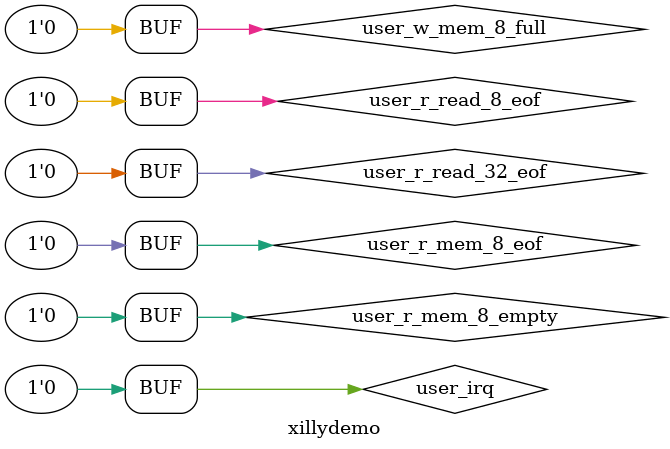
<source format=v>
module xillydemo
  (
  ); 

   // Clock and quiesce
   wire    bus_clk;
   wire    quiesce;

   // Memory arrays
   reg [7:0] demoarray[0:31];
   
   reg [7:0] litearray0[0:31];
   reg [7:0] litearray1[0:31];
   reg [7:0] litearray2[0:31];
   reg [7:0] litearray3[0:31];

   // Wires related to /dev/xillybus_mem_8
   wire      user_r_mem_8_rden;
   wire      user_r_mem_8_empty;
   reg [7:0] user_r_mem_8_data;
   wire      user_r_mem_8_eof;
   wire      user_r_mem_8_open;
   wire      user_w_mem_8_wren;
   wire      user_w_mem_8_full;
   wire [7:0] user_w_mem_8_data;
   wire       user_w_mem_8_open;
   wire [4:0] user_mem_8_addr;
   wire       user_mem_8_addr_update;

   // Wires related to /dev/xillybus_read_32
   wire       user_r_read_32_rden;
   wire       user_r_read_32_empty;
   wire [31:0] user_r_read_32_data;
   wire        user_r_read_32_eof;
   wire        user_r_read_32_open;

   // Wires related to /dev/xillybus_read_8
   wire        user_r_read_8_rden;
   wire        user_r_read_8_empty;
   wire [7:0]  user_r_read_8_data;
   wire        user_r_read_8_eof;
   wire        user_r_read_8_open;

   // Wires related to /dev/xillybus_write_32
   wire        user_w_write_32_wren;
   wire        user_w_write_32_full;
   wire [31:0] user_w_write_32_data;
   wire        user_w_write_32_open;

   // Wires related to /dev/xillybus_write_8
   wire        user_w_write_8_wren;
   wire        user_w_write_8_full;
   wire [7:0]  user_w_write_8_data;
   wire        user_w_write_8_open;

   // Wires related to Xillybus Lite
   wire        user_clk;
   wire        user_wren;
   wire [3:0]  user_wstrb;
   wire        user_rden;
   reg [31:0]  user_rd_data;
   wire [31:0] user_wr_data;
   wire [31:0] user_addr;
   wire        user_irq;

   // Note that none of the ARM processor's direct connections to pads is
   // attached in the instantion below. Normally, they should be connected as
   // toplevel ports here, but that confuses Vivado 2013.4 to think that
   // some of these ports are real I/Os, causing an implementation failure.
   // This detachment results in a lot of warnings during synthesis and
   // implementation, but has no practical significance, as these pads are
   // completely unrelated to the FPGA bitstream.

   xillybus xillybus_ins (

    // Ports related to /dev/xillybus_mem_8
    // FPGA to CPU signals:
    .user_r_mem_8_rden(user_r_mem_8_rden),
    .user_r_mem_8_empty(user_r_mem_8_empty),
    .user_r_mem_8_data(user_r_mem_8_data),
    .user_r_mem_8_eof(user_r_mem_8_eof),
    .user_r_mem_8_open(user_r_mem_8_open),

    // CPU to FPGA signals:
    .user_w_mem_8_wren(user_w_mem_8_wren),
    .user_w_mem_8_full(user_w_mem_8_full),
    .user_w_mem_8_data(user_w_mem_8_data),
    .user_w_mem_8_open(user_w_mem_8_open),

    // Address signals:
    .user_mem_8_addr(user_mem_8_addr),
    .user_mem_8_addr_update(user_mem_8_addr_update),


    // Ports related to /dev/xillybus_read_32
    // FPGA to CPU signals:
    .user_r_read_32_rden(user_r_read_32_rden),
    .user_r_read_32_empty(user_r_read_32_empty),
    .user_r_read_32_data(user_r_read_32_data),
    .user_r_read_32_eof(user_r_read_32_eof),
    .user_r_read_32_open(user_r_read_32_open),


    // Ports related to /dev/xillybus_read_8
    // FPGA to CPU signals:
    .user_r_read_8_rden(user_r_read_8_rden),
    .user_r_read_8_empty(user_r_read_8_empty),
    .user_r_read_8_data(user_r_read_8_data),
    .user_r_read_8_eof(user_r_read_8_eof),
    .user_r_read_8_open(user_r_read_8_open),


    // Ports related to /dev/xillybus_write_32
    // CPU to FPGA signals:
    .user_w_write_32_wren(user_w_write_32_wren),
    .user_w_write_32_full(user_w_write_32_full),
    .user_w_write_32_data(user_w_write_32_data),
    .user_w_write_32_open(user_w_write_32_open),


    // Ports related to /dev/xillybus_write_8
    // CPU to FPGA signals:
    .user_w_write_8_wren(user_w_write_8_wren),
    .user_w_write_8_full(user_w_write_8_full),
    .user_w_write_8_data(user_w_write_8_data),
    .user_w_write_8_open(user_w_write_8_open),

    // Xillybus Lite signals:
    .user_clk ( user_clk ),
    .user_wren ( user_wren ),
    .user_wstrb ( user_wstrb ),
    .user_rden ( user_rden ),
    .user_rd_data ( user_rd_data ),
    .user_wr_data ( user_wr_data ),
    .user_addr ( user_addr ),
    .user_irq ( user_irq ),
			  			  
    // General signals
    .bus_clk(bus_clk),
    .quiesce(quiesce)
  );

   assign      user_irq = 0; // No interrupts for now
   
   always @(posedge user_clk)
     begin
	if (user_wstrb[0])
	  litearray0[user_addr[6:2]] <= user_wr_data[7:0];

	if (user_wstrb[1])
	  litearray1[user_addr[6:2]] <= user_wr_data[15:8];

	if (user_wstrb[2])
	  litearray2[user_addr[6:2]] <= user_wr_data[23:16];

	if (user_wstrb[3])
	  litearray3[user_addr[6:2]] <= user_wr_data[31:24];
	
	if (user_rden)
	  user_rd_data <= { litearray3[user_addr[6:2]],
			    litearray2[user_addr[6:2]],
			    litearray1[user_addr[6:2]],
			    litearray0[user_addr[6:2]] };
     end
   
   // A simple inferred RAM
   always @(posedge bus_clk)
     begin
	if (user_w_mem_8_wren)
	  demoarray[user_mem_8_addr] <= user_w_mem_8_data;
	
	if (user_r_mem_8_rden)
	  user_r_mem_8_data <= demoarray[user_mem_8_addr];	  
     end

   assign  user_r_mem_8_empty = 0;
   assign  user_r_mem_8_eof = 0;
   assign  user_w_mem_8_full = 0;

   // 32-bit loopback
   fifo_32x512 fifo_32
     (
      .clk(bus_clk),
      .srst(!user_w_write_32_open && !user_r_read_32_open),
      .din(user_w_write_32_data),
      .wr_en(user_w_write_32_wren),
      .rd_en(user_r_read_32_rden),
      .dout(user_r_read_32_data),
      .full(user_w_write_32_full),
      .empty(user_r_read_32_empty)
      );

   assign  user_r_read_32_eof = 0;
   
   // 8-bit loopback
   fifo_8x2048 fifo_8
     (
      .clk(bus_clk),
      .srst(!user_w_write_8_open && !user_r_read_8_open),
      .din(user_w_write_8_data),
      .wr_en(user_w_write_8_wren),
      .rd_en(user_r_read_8_rden),
      .dout(user_r_read_8_data),
      .full(user_w_write_8_full),
      .empty(user_r_read_8_empty)
      );

   assign  user_r_read_8_eof = 0;
endmodule

</source>
